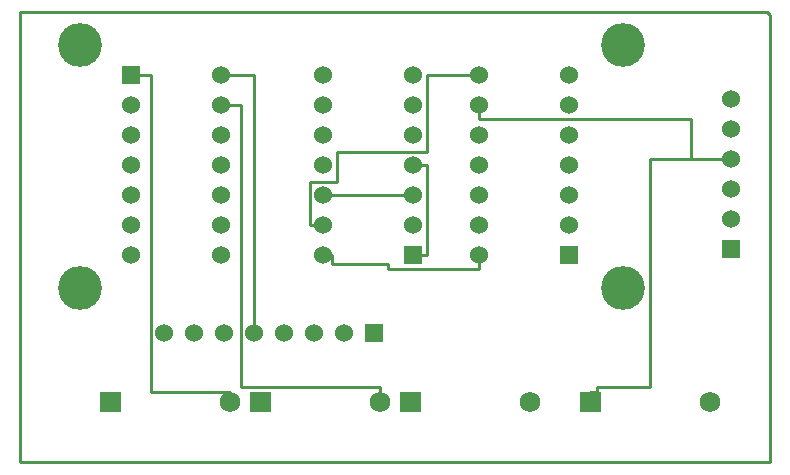
<source format=gbl>
G04 start of page 7 for group 5 idx 5 *
G04 Title: (unknown), bottom *
G04 Creator: pcb 4.2.2 *
G04 CreationDate: Sat Mar 22 22:15:11 2025 UTC *
G04 For: electronics *
G04 Format: Gerber/RS-274X *
G04 PCB-Dimensions (mil): 2500.00 1500.00 *
G04 PCB-Coordinate-Origin: lower left *
%MOIN*%
%FSLAX25Y25*%
%LNGBL*%
%ADD54C,0.0280*%
%ADD53C,0.0380*%
%ADD52C,0.1200*%
%ADD51C,0.1460*%
%ADD50C,0.0600*%
%ADD49C,0.0680*%
%ADD48C,0.0001*%
%ADD47C,0.0100*%
G54D47*X0Y150000D02*X249000D01*
X153000Y129000D02*X135500D01*
X223400Y114500D02*X153000D01*
Y119000D02*Y114500D01*
X104000Y69000D02*Y66000D01*
Y69000D02*X101000D01*
X105500Y103500D02*Y93500D01*
X96500D01*
Y79000D01*
X101000D02*X96500D01*
X43500Y129000D02*X37000D01*
X73500Y119000D02*X67000D01*
X78000Y129000D02*X67000D01*
X135500D02*Y103500D01*
X105500D01*
X131000Y89000D02*X101000D01*
X135500Y69000D02*X131000D01*
X135500Y99000D02*Y69000D01*
Y99000D02*X131000D01*
X249000Y150000D02*X250000Y149000D01*
Y0D01*
X223400Y114500D02*Y101000D01*
X237000D02*X209800D01*
Y24900D01*
X153000Y69000D02*Y64500D01*
X209800Y24900D02*X192200D01*
Y23400D01*
X250000Y0D02*X0D01*
X192200Y23400D02*X190000D01*
Y20000D01*
X70000Y23400D02*Y20000D01*
X0Y0D02*Y150000D01*
X43500Y129000D02*Y23400D01*
X153000Y64500D02*X122500D01*
Y66000D02*Y64500D01*
Y66000D02*X104000D01*
X70000Y23400D02*X43500D01*
X120000Y24900D02*X73500D01*
Y119000D02*Y24900D01*
X78000Y129000D02*Y43000D01*
X120000Y24900D02*Y20000D01*
G54D48*G36*
X186600Y23400D02*Y16600D01*
X193400D01*
Y23400D01*
X186600D01*
G37*
G54D49*X230000Y20000D03*
X170000D03*
G54D48*G36*
X128000Y72000D02*Y66000D01*
X134000D01*
Y72000D01*
X128000D01*
G37*
G36*
X234000Y74000D02*Y68000D01*
X240000D01*
Y74000D01*
X234000D01*
G37*
G36*
X180000Y72000D02*Y66000D01*
X186000D01*
Y72000D01*
X180000D01*
G37*
G54D50*X153000Y69000D03*
G54D48*G36*
X126600Y23400D02*Y16600D01*
X133400D01*
Y23400D01*
X126600D01*
G37*
G36*
X76600D02*Y16600D01*
X83400D01*
Y23400D01*
X76600D01*
G37*
G54D49*X120000Y20000D03*
G54D48*G36*
X26600Y23400D02*Y16600D01*
X33400D01*
Y23400D01*
X26600D01*
G37*
G54D49*X70000Y20000D03*
G54D50*X131000Y79000D03*
X101000D03*
X237000Y81000D03*
X183000Y79000D03*
X153000D03*
X237000Y91000D03*
Y101000D03*
Y111000D03*
Y121000D03*
X183000Y89000D03*
Y99000D03*
Y109000D03*
Y119000D03*
Y129000D03*
X153000Y109000D03*
Y99000D03*
Y89000D03*
X131000D03*
X101000D03*
X67000Y79000D03*
Y89000D03*
Y99000D03*
Y109000D03*
X131000Y99000D03*
Y109000D03*
Y119000D03*
X101000Y129000D03*
Y119000D03*
Y109000D03*
Y99000D03*
X131000Y129000D03*
X153000D03*
Y119000D03*
G54D48*G36*
X34000Y132000D02*Y126000D01*
X40000D01*
Y132000D01*
X34000D01*
G37*
G54D50*X67000Y119000D03*
Y129000D03*
X37000Y119000D03*
Y109000D03*
Y99000D03*
Y89000D03*
Y79000D03*
G54D48*G36*
X115000Y46000D02*Y40000D01*
X121000D01*
Y46000D01*
X115000D01*
G37*
G54D50*X108000Y43000D03*
X98000D03*
X88000D03*
X78000D03*
X68000D03*
X58000D03*
X48000D03*
X101000Y69000D03*
X37000D03*
X67000D03*
G54D51*X20000Y139000D03*
X201000D03*
Y58000D03*
X20000D03*
G54D52*G54D53*G54D54*G54D53*G54D54*G54D53*G54D54*G54D53*G54D54*G54D53*G54D54*M02*

</source>
